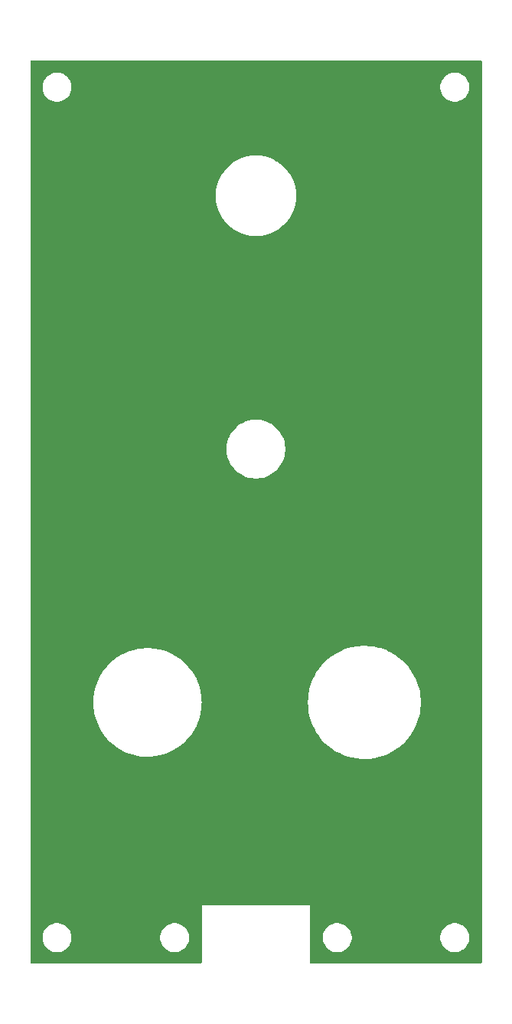
<source format=gbr>
%TF.GenerationSoftware,KiCad,Pcbnew,8.0.3*%
%TF.CreationDate,2024-06-30T10:59:25+01:00*%
%TF.ProjectId,Esp32EduModular-Acc-Panel+JST,45737033-3245-4647-954d-6f64756c6172,rev?*%
%TF.SameCoordinates,Original*%
%TF.FileFunction,Copper,L2,Bot*%
%TF.FilePolarity,Positive*%
%FSLAX46Y46*%
G04 Gerber Fmt 4.6, Leading zero omitted, Abs format (unit mm)*
G04 Created by KiCad (PCBNEW 8.0.3) date 2024-06-30 10:59:25*
%MOMM*%
%LPD*%
G01*
G04 APERTURE LIST*
%TA.AperFunction,SMDPad,CuDef*%
%ADD10R,4.000000X8.000000*%
%TD*%
G04 APERTURE END LIST*
D10*
%TO.P,REF\u002A\u002A,1*%
%TO.N,GND*%
X58000000Y-65000000D03*
%TD*%
%TA.AperFunction,Conductor*%
%TO.N,GND*%
G36*
X99943039Y-50057685D02*
G01*
X99988794Y-50110489D01*
X100000000Y-50162000D01*
X100000000Y-149736000D01*
X99980315Y-149803039D01*
X99927511Y-149848794D01*
X99876000Y-149860000D01*
X81124000Y-149860000D01*
X81056961Y-149840315D01*
X81011206Y-149787511D01*
X81000000Y-149736000D01*
X81000000Y-146874038D01*
X82399500Y-146874038D01*
X82399500Y-147125961D01*
X82438910Y-147374785D01*
X82516760Y-147614383D01*
X82631132Y-147838848D01*
X82779201Y-148042649D01*
X82779205Y-148042654D01*
X82957345Y-148220794D01*
X82957350Y-148220798D01*
X83135117Y-148349952D01*
X83161155Y-148368870D01*
X83304184Y-148441747D01*
X83385616Y-148483239D01*
X83385618Y-148483239D01*
X83385621Y-148483241D01*
X83625215Y-148561090D01*
X83874038Y-148600500D01*
X83874039Y-148600500D01*
X84125961Y-148600500D01*
X84125962Y-148600500D01*
X84374785Y-148561090D01*
X84614379Y-148483241D01*
X84838845Y-148368870D01*
X85042656Y-148220793D01*
X85220793Y-148042656D01*
X85368870Y-147838845D01*
X85483241Y-147614379D01*
X85561090Y-147374785D01*
X85600500Y-147125962D01*
X85600500Y-146874038D01*
X95399500Y-146874038D01*
X95399500Y-147125961D01*
X95438910Y-147374785D01*
X95516760Y-147614383D01*
X95631132Y-147838848D01*
X95779201Y-148042649D01*
X95779205Y-148042654D01*
X95957345Y-148220794D01*
X95957350Y-148220798D01*
X96135117Y-148349952D01*
X96161155Y-148368870D01*
X96304184Y-148441747D01*
X96385616Y-148483239D01*
X96385618Y-148483239D01*
X96385621Y-148483241D01*
X96625215Y-148561090D01*
X96874038Y-148600500D01*
X96874039Y-148600500D01*
X97125961Y-148600500D01*
X97125962Y-148600500D01*
X97374785Y-148561090D01*
X97614379Y-148483241D01*
X97838845Y-148368870D01*
X98042656Y-148220793D01*
X98220793Y-148042656D01*
X98368870Y-147838845D01*
X98483241Y-147614379D01*
X98561090Y-147374785D01*
X98600500Y-147125962D01*
X98600500Y-146874038D01*
X98561090Y-146625215D01*
X98483241Y-146385621D01*
X98483239Y-146385618D01*
X98483239Y-146385616D01*
X98441747Y-146304184D01*
X98368870Y-146161155D01*
X98349952Y-146135117D01*
X98220798Y-145957350D01*
X98220794Y-145957345D01*
X98042654Y-145779205D01*
X98042649Y-145779201D01*
X97838848Y-145631132D01*
X97838847Y-145631131D01*
X97838845Y-145631130D01*
X97768747Y-145595413D01*
X97614383Y-145516760D01*
X97374785Y-145438910D01*
X97125962Y-145399500D01*
X96874038Y-145399500D01*
X96749626Y-145419205D01*
X96625214Y-145438910D01*
X96385616Y-145516760D01*
X96161151Y-145631132D01*
X95957350Y-145779201D01*
X95957345Y-145779205D01*
X95779205Y-145957345D01*
X95779201Y-145957350D01*
X95631132Y-146161151D01*
X95516760Y-146385616D01*
X95438910Y-146625214D01*
X95399500Y-146874038D01*
X85600500Y-146874038D01*
X85561090Y-146625215D01*
X85483241Y-146385621D01*
X85483239Y-146385618D01*
X85483239Y-146385616D01*
X85441747Y-146304184D01*
X85368870Y-146161155D01*
X85349952Y-146135117D01*
X85220798Y-145957350D01*
X85220794Y-145957345D01*
X85042654Y-145779205D01*
X85042649Y-145779201D01*
X84838848Y-145631132D01*
X84838847Y-145631131D01*
X84838845Y-145631130D01*
X84768747Y-145595413D01*
X84614383Y-145516760D01*
X84374785Y-145438910D01*
X84125962Y-145399500D01*
X83874038Y-145399500D01*
X83749626Y-145419205D01*
X83625214Y-145438910D01*
X83385616Y-145516760D01*
X83161151Y-145631132D01*
X82957350Y-145779201D01*
X82957345Y-145779205D01*
X82779205Y-145957345D01*
X82779201Y-145957350D01*
X82631132Y-146161151D01*
X82516760Y-146385616D01*
X82438910Y-146625214D01*
X82399500Y-146874038D01*
X81000000Y-146874038D01*
X81000000Y-143400000D01*
X69000000Y-143400000D01*
X69000000Y-149736000D01*
X68980315Y-149803039D01*
X68927511Y-149848794D01*
X68876000Y-149860000D01*
X50162000Y-149860000D01*
X50094961Y-149840315D01*
X50049206Y-149787511D01*
X50038000Y-149736000D01*
X50038000Y-146874038D01*
X51399500Y-146874038D01*
X51399500Y-147125961D01*
X51438910Y-147374785D01*
X51516760Y-147614383D01*
X51631132Y-147838848D01*
X51779201Y-148042649D01*
X51779205Y-148042654D01*
X51957345Y-148220794D01*
X51957350Y-148220798D01*
X52135117Y-148349952D01*
X52161155Y-148368870D01*
X52304184Y-148441747D01*
X52385616Y-148483239D01*
X52385618Y-148483239D01*
X52385621Y-148483241D01*
X52625215Y-148561090D01*
X52874038Y-148600500D01*
X52874039Y-148600500D01*
X53125961Y-148600500D01*
X53125962Y-148600500D01*
X53374785Y-148561090D01*
X53614379Y-148483241D01*
X53838845Y-148368870D01*
X54042656Y-148220793D01*
X54220793Y-148042656D01*
X54368870Y-147838845D01*
X54483241Y-147614379D01*
X54561090Y-147374785D01*
X54600500Y-147125962D01*
X54600500Y-146874038D01*
X64399500Y-146874038D01*
X64399500Y-147125961D01*
X64438910Y-147374785D01*
X64516760Y-147614383D01*
X64631132Y-147838848D01*
X64779201Y-148042649D01*
X64779205Y-148042654D01*
X64957345Y-148220794D01*
X64957350Y-148220798D01*
X65135117Y-148349952D01*
X65161155Y-148368870D01*
X65304184Y-148441747D01*
X65385616Y-148483239D01*
X65385618Y-148483239D01*
X65385621Y-148483241D01*
X65625215Y-148561090D01*
X65874038Y-148600500D01*
X65874039Y-148600500D01*
X66125961Y-148600500D01*
X66125962Y-148600500D01*
X66374785Y-148561090D01*
X66614379Y-148483241D01*
X66838845Y-148368870D01*
X67042656Y-148220793D01*
X67220793Y-148042656D01*
X67368870Y-147838845D01*
X67483241Y-147614379D01*
X67561090Y-147374785D01*
X67600500Y-147125962D01*
X67600500Y-146874038D01*
X67561090Y-146625215D01*
X67483241Y-146385621D01*
X67483239Y-146385618D01*
X67483239Y-146385616D01*
X67441747Y-146304184D01*
X67368870Y-146161155D01*
X67349952Y-146135117D01*
X67220798Y-145957350D01*
X67220794Y-145957345D01*
X67042654Y-145779205D01*
X67042649Y-145779201D01*
X66838848Y-145631132D01*
X66838847Y-145631131D01*
X66838845Y-145631130D01*
X66768747Y-145595413D01*
X66614383Y-145516760D01*
X66374785Y-145438910D01*
X66125962Y-145399500D01*
X65874038Y-145399500D01*
X65749626Y-145419205D01*
X65625214Y-145438910D01*
X65385616Y-145516760D01*
X65161151Y-145631132D01*
X64957350Y-145779201D01*
X64957345Y-145779205D01*
X64779205Y-145957345D01*
X64779201Y-145957350D01*
X64631132Y-146161151D01*
X64516760Y-146385616D01*
X64438910Y-146625214D01*
X64399500Y-146874038D01*
X54600500Y-146874038D01*
X54561090Y-146625215D01*
X54483241Y-146385621D01*
X54483239Y-146385618D01*
X54483239Y-146385616D01*
X54441747Y-146304184D01*
X54368870Y-146161155D01*
X54349952Y-146135117D01*
X54220798Y-145957350D01*
X54220794Y-145957345D01*
X54042654Y-145779205D01*
X54042649Y-145779201D01*
X53838848Y-145631132D01*
X53838847Y-145631131D01*
X53838845Y-145631130D01*
X53768747Y-145595413D01*
X53614383Y-145516760D01*
X53374785Y-145438910D01*
X53125962Y-145399500D01*
X52874038Y-145399500D01*
X52749626Y-145419205D01*
X52625214Y-145438910D01*
X52385616Y-145516760D01*
X52161151Y-145631132D01*
X51957350Y-145779201D01*
X51957345Y-145779205D01*
X51779205Y-145957345D01*
X51779201Y-145957350D01*
X51631132Y-146161151D01*
X51516760Y-146385616D01*
X51438910Y-146625214D01*
X51399500Y-146874038D01*
X50038000Y-146874038D01*
X50038000Y-121000000D01*
X56997502Y-121000000D01*
X57017473Y-121489257D01*
X57077259Y-121975256D01*
X57077260Y-121975263D01*
X57131001Y-122235035D01*
X57176461Y-122454780D01*
X57176462Y-122454786D01*
X57314412Y-122924598D01*
X57314415Y-122924608D01*
X57490207Y-123381632D01*
X57702666Y-123822806D01*
X57859531Y-124090287D01*
X57950381Y-124245202D01*
X58231690Y-124645985D01*
X58231695Y-124645992D01*
X58544743Y-125022521D01*
X58544744Y-125022522D01*
X58719514Y-125200894D01*
X58887438Y-125372279D01*
X59257503Y-125692942D01*
X59652475Y-125982375D01*
X60069723Y-126238651D01*
X60506472Y-126460065D01*
X60959815Y-126645142D01*
X61426735Y-126792653D01*
X61904125Y-126901614D01*
X62388808Y-126971301D01*
X62877558Y-127001250D01*
X63367123Y-126991261D01*
X63854245Y-126941402D01*
X64335682Y-126852003D01*
X64808230Y-126723661D01*
X65268745Y-126557228D01*
X65714161Y-126353813D01*
X66141516Y-126114770D01*
X66547964Y-125841688D01*
X66930801Y-125536386D01*
X67287479Y-125200894D01*
X67615624Y-124837447D01*
X67913054Y-124448462D01*
X68177788Y-124036528D01*
X68408064Y-123604386D01*
X68602351Y-123154913D01*
X68759355Y-122691099D01*
X68878032Y-122216031D01*
X68957591Y-121732871D01*
X68997503Y-121244833D01*
X69000000Y-121000000D01*
X80747528Y-121000000D01*
X80767292Y-121496751D01*
X80767292Y-121496755D01*
X80767293Y-121496760D01*
X80824651Y-121975263D01*
X80826464Y-121990384D01*
X80924660Y-122477721D01*
X80924662Y-122477731D01*
X80924664Y-122477737D01*
X80985641Y-122691099D01*
X81061275Y-122955749D01*
X81235435Y-123421405D01*
X81341715Y-123648667D01*
X81446037Y-123871744D01*
X81691755Y-124303929D01*
X81971033Y-124715226D01*
X82282105Y-125103033D01*
X82623006Y-125464901D01*
X82701982Y-125536391D01*
X82991577Y-125798537D01*
X82991586Y-125798544D01*
X83385474Y-126101824D01*
X83385501Y-126101844D01*
X83802250Y-126372876D01*
X83802257Y-126372881D01*
X83802262Y-126372883D01*
X83802264Y-126372885D01*
X84239249Y-126609961D01*
X84693688Y-126811569D01*
X85162709Y-126976435D01*
X85162715Y-126976437D01*
X85643335Y-127103514D01*
X85643345Y-127103515D01*
X85643346Y-127103516D01*
X86132560Y-127192008D01*
X86627258Y-127241352D01*
X86751521Y-127243823D01*
X87124289Y-127251237D01*
X87124312Y-127251237D01*
X87124312Y-127251236D01*
X87124313Y-127251237D01*
X87620582Y-127221599D01*
X88112927Y-127152626D01*
X88598236Y-127044754D01*
X89073440Y-126898666D01*
X89535536Y-126715284D01*
X89981601Y-126495768D01*
X90408815Y-126241507D01*
X90605948Y-126101844D01*
X90814465Y-125954116D01*
X90814471Y-125954110D01*
X90814478Y-125954106D01*
X91196024Y-125635385D01*
X91551042Y-125287357D01*
X91877287Y-124912223D01*
X92172696Y-124512354D01*
X92435401Y-124090279D01*
X92663742Y-123648667D01*
X92856275Y-123190309D01*
X93011783Y-122718103D01*
X93129282Y-122235035D01*
X93208030Y-121744158D01*
X93247529Y-121248577D01*
X93250000Y-121000000D01*
X93247529Y-120751423D01*
X93208030Y-120255842D01*
X93129282Y-119764965D01*
X93011783Y-119281897D01*
X92856275Y-118809691D01*
X92663742Y-118351333D01*
X92435401Y-117909721D01*
X92172696Y-117487646D01*
X92172692Y-117487641D01*
X92172688Y-117487634D01*
X91877296Y-117087789D01*
X91877282Y-117087771D01*
X91551049Y-116712650D01*
X91369932Y-116535099D01*
X91196024Y-116364615D01*
X91127113Y-116307051D01*
X90814465Y-116045883D01*
X90408819Y-115758495D01*
X90408817Y-115758494D01*
X89981603Y-115504233D01*
X89981601Y-115504232D01*
X89535536Y-115284716D01*
X89514425Y-115276338D01*
X89073451Y-115101338D01*
X89073446Y-115101336D01*
X89073441Y-115101334D01*
X89073440Y-115101334D01*
X88820468Y-115023565D01*
X88598230Y-114955244D01*
X88598222Y-114955242D01*
X88112925Y-114847373D01*
X87620588Y-114778401D01*
X87620572Y-114778400D01*
X87124301Y-114748762D01*
X86627266Y-114758647D01*
X86429234Y-114778400D01*
X86132560Y-114807992D01*
X86132558Y-114807992D01*
X86132552Y-114807993D01*
X85643335Y-114896485D01*
X85162715Y-115023562D01*
X85162701Y-115023567D01*
X84693686Y-115188431D01*
X84693680Y-115188434D01*
X84239255Y-115390036D01*
X84239245Y-115390040D01*
X83802257Y-115627118D01*
X83802250Y-115627123D01*
X83385501Y-115898155D01*
X83385474Y-115898175D01*
X82991586Y-116201455D01*
X82991577Y-116201462D01*
X82701976Y-116463614D01*
X82623006Y-116535099D01*
X82535751Y-116627721D01*
X82282114Y-116896957D01*
X82282103Y-116896969D01*
X81971038Y-117284767D01*
X81971034Y-117284772D01*
X81691755Y-117696071D01*
X81446037Y-118128256D01*
X81446033Y-118128264D01*
X81446031Y-118128268D01*
X81235435Y-118578594D01*
X81061275Y-119044250D01*
X80924663Y-119522267D01*
X80924660Y-119522278D01*
X80871930Y-119783973D01*
X80826463Y-120009621D01*
X80795598Y-120267114D01*
X80767293Y-120503243D01*
X80767292Y-120503248D01*
X80747528Y-121000000D01*
X69000000Y-121000000D01*
X68997503Y-120755167D01*
X68957591Y-120267129D01*
X68878032Y-119783969D01*
X68759355Y-119308901D01*
X68602351Y-118845087D01*
X68408064Y-118395614D01*
X68177788Y-117963472D01*
X67913054Y-117551538D01*
X67615624Y-117162553D01*
X67548122Y-117087789D01*
X67287485Y-116799112D01*
X67006800Y-116535099D01*
X66930801Y-116463614D01*
X66930796Y-116463610D01*
X66930794Y-116463608D01*
X66547978Y-116158323D01*
X66547959Y-116158308D01*
X66141519Y-115885232D01*
X66141512Y-115885227D01*
X65714171Y-115646192D01*
X65714165Y-115646189D01*
X65714161Y-115646187D01*
X65268745Y-115442772D01*
X65268742Y-115442770D01*
X65268740Y-115442770D01*
X64808229Y-115276338D01*
X64335690Y-115147999D01*
X64335678Y-115147996D01*
X63854249Y-115058598D01*
X63663773Y-115039102D01*
X63367123Y-115008739D01*
X63367115Y-115008738D01*
X63367107Y-115008738D01*
X62877559Y-114998749D01*
X62388804Y-115028699D01*
X61904126Y-115098385D01*
X61426736Y-115207346D01*
X60959816Y-115354857D01*
X60506460Y-115539940D01*
X60069743Y-115761338D01*
X60069711Y-115761356D01*
X59652485Y-116017618D01*
X59652468Y-116017630D01*
X59257511Y-116307051D01*
X59257501Y-116307059D01*
X58887439Y-116627719D01*
X58544744Y-116977477D01*
X58544743Y-116977478D01*
X58231695Y-117354007D01*
X58231690Y-117354014D01*
X57950381Y-117754797D01*
X57702670Y-118177187D01*
X57702665Y-118177195D01*
X57490209Y-118618363D01*
X57314420Y-119075378D01*
X57314412Y-119075401D01*
X57176462Y-119545213D01*
X57176461Y-119545219D01*
X57176460Y-119545224D01*
X57080389Y-120009615D01*
X57077259Y-120024743D01*
X57017473Y-120510742D01*
X56997502Y-121000000D01*
X50038000Y-121000000D01*
X50038000Y-92840316D01*
X71749500Y-92840316D01*
X71749500Y-93159683D01*
X71780803Y-93477522D01*
X71843109Y-93790754D01*
X71935820Y-94096382D01*
X72058040Y-94391446D01*
X72058042Y-94391451D01*
X72208584Y-94673094D01*
X72208601Y-94673122D01*
X72386012Y-94938638D01*
X72386029Y-94938661D01*
X72588638Y-95185540D01*
X72814459Y-95411361D01*
X72814464Y-95411365D01*
X72814465Y-95411366D01*
X73061344Y-95613975D01*
X73061351Y-95613980D01*
X73061361Y-95613987D01*
X73326877Y-95791398D01*
X73326882Y-95791401D01*
X73326894Y-95791409D01*
X73326903Y-95791413D01*
X73326905Y-95791415D01*
X73608548Y-95941957D01*
X73608550Y-95941957D01*
X73608556Y-95941961D01*
X73903619Y-96064180D01*
X74209240Y-96156889D01*
X74522477Y-96219196D01*
X74840313Y-96250500D01*
X74840316Y-96250500D01*
X75159684Y-96250500D01*
X75159687Y-96250500D01*
X75477523Y-96219196D01*
X75790760Y-96156889D01*
X76096381Y-96064180D01*
X76391444Y-95941961D01*
X76673106Y-95791409D01*
X76938656Y-95613975D01*
X77185535Y-95411366D01*
X77411366Y-95185535D01*
X77613975Y-94938656D01*
X77791409Y-94673106D01*
X77941961Y-94391444D01*
X78064180Y-94096381D01*
X78156889Y-93790760D01*
X78219196Y-93477523D01*
X78250500Y-93159687D01*
X78250500Y-92840313D01*
X78219196Y-92522477D01*
X78156889Y-92209240D01*
X78064180Y-91903619D01*
X77941961Y-91608556D01*
X77791409Y-91326894D01*
X77791398Y-91326877D01*
X77613987Y-91061361D01*
X77613980Y-91061351D01*
X77613975Y-91061344D01*
X77411366Y-90814465D01*
X77411365Y-90814464D01*
X77411361Y-90814459D01*
X77185540Y-90588638D01*
X76938661Y-90386029D01*
X76938638Y-90386012D01*
X76673122Y-90208601D01*
X76673094Y-90208584D01*
X76391451Y-90058042D01*
X76391446Y-90058040D01*
X76096382Y-89935820D01*
X75790754Y-89843109D01*
X75477521Y-89780803D01*
X75477522Y-89780803D01*
X75238141Y-89757227D01*
X75159687Y-89749500D01*
X74840313Y-89749500D01*
X74767822Y-89756639D01*
X74522477Y-89780803D01*
X74209245Y-89843109D01*
X73903617Y-89935820D01*
X73608553Y-90058040D01*
X73608548Y-90058042D01*
X73326905Y-90208584D01*
X73326877Y-90208601D01*
X73061361Y-90386012D01*
X73061338Y-90386029D01*
X72814459Y-90588638D01*
X72588638Y-90814459D01*
X72386029Y-91061338D01*
X72386012Y-91061361D01*
X72208601Y-91326877D01*
X72208584Y-91326905D01*
X72058042Y-91608548D01*
X72058040Y-91608553D01*
X71935820Y-91903617D01*
X71843109Y-92209245D01*
X71780803Y-92522477D01*
X71749500Y-92840316D01*
X50038000Y-92840316D01*
X50038000Y-64805683D01*
X70549500Y-64805683D01*
X70549500Y-65194316D01*
X70583371Y-65581462D01*
X70583371Y-65581466D01*
X70650853Y-65964172D01*
X70650857Y-65964189D01*
X70751435Y-66339555D01*
X70884362Y-66704768D01*
X71048587Y-67056952D01*
X71048600Y-67056976D01*
X71242905Y-67393521D01*
X71242914Y-67393536D01*
X71465821Y-67711880D01*
X71656358Y-67938952D01*
X71715621Y-68009579D01*
X71990421Y-68284379D01*
X72096361Y-68373273D01*
X72288119Y-68534178D01*
X72288125Y-68534182D01*
X72288126Y-68534183D01*
X72606470Y-68757090D01*
X72921894Y-68939200D01*
X72943023Y-68951399D01*
X72943047Y-68951412D01*
X73295231Y-69115637D01*
X73295236Y-69115638D01*
X73295245Y-69115643D01*
X73660434Y-69248561D01*
X73660440Y-69248562D01*
X73660444Y-69248564D01*
X73762666Y-69275954D01*
X74035818Y-69349145D01*
X74418540Y-69416629D01*
X74805685Y-69450499D01*
X74805686Y-69450500D01*
X74805687Y-69450500D01*
X75194314Y-69450500D01*
X75194314Y-69450499D01*
X75581460Y-69416629D01*
X75964182Y-69349145D01*
X76339566Y-69248561D01*
X76704755Y-69115643D01*
X76704768Y-69115637D01*
X77056952Y-68951412D01*
X77056960Y-68951407D01*
X77056970Y-68951403D01*
X77393530Y-68757090D01*
X77711874Y-68534183D01*
X78009579Y-68284379D01*
X78284379Y-68009579D01*
X78534183Y-67711874D01*
X78757090Y-67393530D01*
X78951403Y-67056970D01*
X78951407Y-67056960D01*
X78951412Y-67056952D01*
X79115637Y-66704768D01*
X79115637Y-66704767D01*
X79115643Y-66704755D01*
X79248561Y-66339566D01*
X79349145Y-65964182D01*
X79416629Y-65581460D01*
X79450500Y-65194313D01*
X79450500Y-64805687D01*
X79416629Y-64418540D01*
X79349145Y-64035818D01*
X79248561Y-63660434D01*
X79115643Y-63295245D01*
X79115638Y-63295236D01*
X79115637Y-63295231D01*
X78951412Y-62943047D01*
X78951399Y-62943023D01*
X78939200Y-62921894D01*
X78757090Y-62606470D01*
X78534183Y-62288126D01*
X78534182Y-62288125D01*
X78534178Y-62288119D01*
X78284376Y-61990418D01*
X78009581Y-61715623D01*
X77711880Y-61465821D01*
X77393536Y-61242914D01*
X77393533Y-61242912D01*
X77393530Y-61242910D01*
X77293538Y-61185179D01*
X77056976Y-61048600D01*
X77056952Y-61048587D01*
X76704768Y-60884362D01*
X76704757Y-60884358D01*
X76704755Y-60884357D01*
X76339566Y-60751439D01*
X76339565Y-60751438D01*
X76339555Y-60751435D01*
X75964189Y-60650857D01*
X75964192Y-60650857D01*
X75964182Y-60650855D01*
X75964176Y-60650853D01*
X75964172Y-60650853D01*
X75581464Y-60583371D01*
X75194316Y-60549500D01*
X75194313Y-60549500D01*
X74805687Y-60549500D01*
X74805683Y-60549500D01*
X74418537Y-60583371D01*
X74418533Y-60583371D01*
X74035827Y-60650853D01*
X74035810Y-60650857D01*
X73660444Y-60751435D01*
X73295231Y-60884362D01*
X72943047Y-61048587D01*
X72943023Y-61048600D01*
X72606478Y-61242905D01*
X72606463Y-61242914D01*
X72288119Y-61465821D01*
X71990418Y-61715623D01*
X71715623Y-61990418D01*
X71465821Y-62288119D01*
X71242914Y-62606463D01*
X71242905Y-62606478D01*
X71048600Y-62943023D01*
X71048587Y-62943047D01*
X70884362Y-63295231D01*
X70751435Y-63660444D01*
X70650857Y-64035810D01*
X70650853Y-64035827D01*
X70583371Y-64418533D01*
X70583371Y-64418537D01*
X70549500Y-64805683D01*
X50038000Y-64805683D01*
X50038000Y-52874038D01*
X51399500Y-52874038D01*
X51399500Y-53125961D01*
X51438910Y-53374785D01*
X51516760Y-53614383D01*
X51631132Y-53838848D01*
X51779201Y-54042649D01*
X51779205Y-54042654D01*
X51957345Y-54220794D01*
X51957350Y-54220798D01*
X52135117Y-54349952D01*
X52161155Y-54368870D01*
X52304184Y-54441747D01*
X52385616Y-54483239D01*
X52385618Y-54483239D01*
X52385621Y-54483241D01*
X52625215Y-54561090D01*
X52874038Y-54600500D01*
X52874039Y-54600500D01*
X53125961Y-54600500D01*
X53125962Y-54600500D01*
X53374785Y-54561090D01*
X53614379Y-54483241D01*
X53838845Y-54368870D01*
X54042656Y-54220793D01*
X54220793Y-54042656D01*
X54368870Y-53838845D01*
X54483241Y-53614379D01*
X54561090Y-53374785D01*
X54600500Y-53125962D01*
X54600500Y-52874038D01*
X95399500Y-52874038D01*
X95399500Y-53125961D01*
X95438910Y-53374785D01*
X95516760Y-53614383D01*
X95631132Y-53838848D01*
X95779201Y-54042649D01*
X95779205Y-54042654D01*
X95957345Y-54220794D01*
X95957350Y-54220798D01*
X96135117Y-54349952D01*
X96161155Y-54368870D01*
X96304184Y-54441747D01*
X96385616Y-54483239D01*
X96385618Y-54483239D01*
X96385621Y-54483241D01*
X96625215Y-54561090D01*
X96874038Y-54600500D01*
X96874039Y-54600500D01*
X97125961Y-54600500D01*
X97125962Y-54600500D01*
X97374785Y-54561090D01*
X97614379Y-54483241D01*
X97838845Y-54368870D01*
X98042656Y-54220793D01*
X98220793Y-54042656D01*
X98368870Y-53838845D01*
X98483241Y-53614379D01*
X98561090Y-53374785D01*
X98600500Y-53125962D01*
X98600500Y-52874038D01*
X98561090Y-52625215D01*
X98483241Y-52385621D01*
X98483239Y-52385618D01*
X98483239Y-52385616D01*
X98441747Y-52304184D01*
X98368870Y-52161155D01*
X98349952Y-52135117D01*
X98220798Y-51957350D01*
X98220794Y-51957345D01*
X98042654Y-51779205D01*
X98042649Y-51779201D01*
X97838848Y-51631132D01*
X97838847Y-51631131D01*
X97838845Y-51631130D01*
X97768747Y-51595413D01*
X97614383Y-51516760D01*
X97374785Y-51438910D01*
X97125962Y-51399500D01*
X96874038Y-51399500D01*
X96749626Y-51419205D01*
X96625214Y-51438910D01*
X96385616Y-51516760D01*
X96161151Y-51631132D01*
X95957350Y-51779201D01*
X95957345Y-51779205D01*
X95779205Y-51957345D01*
X95779201Y-51957350D01*
X95631132Y-52161151D01*
X95516760Y-52385616D01*
X95438910Y-52625214D01*
X95399500Y-52874038D01*
X54600500Y-52874038D01*
X54561090Y-52625215D01*
X54483241Y-52385621D01*
X54483239Y-52385618D01*
X54483239Y-52385616D01*
X54441747Y-52304184D01*
X54368870Y-52161155D01*
X54349952Y-52135117D01*
X54220798Y-51957350D01*
X54220794Y-51957345D01*
X54042654Y-51779205D01*
X54042649Y-51779201D01*
X53838848Y-51631132D01*
X53838847Y-51631131D01*
X53838845Y-51631130D01*
X53768747Y-51595413D01*
X53614383Y-51516760D01*
X53374785Y-51438910D01*
X53125962Y-51399500D01*
X52874038Y-51399500D01*
X52749626Y-51419205D01*
X52625214Y-51438910D01*
X52385616Y-51516760D01*
X52161151Y-51631132D01*
X51957350Y-51779201D01*
X51957345Y-51779205D01*
X51779205Y-51957345D01*
X51779201Y-51957350D01*
X51631132Y-52161151D01*
X51516760Y-52385616D01*
X51438910Y-52625214D01*
X51399500Y-52874038D01*
X50038000Y-52874038D01*
X50038000Y-50162000D01*
X50057685Y-50094961D01*
X50110489Y-50049206D01*
X50162000Y-50038000D01*
X99876000Y-50038000D01*
X99943039Y-50057685D01*
G37*
%TD.AperFunction*%
%TD*%
M02*

</source>
